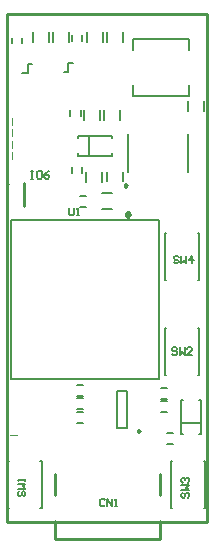
<source format=gto>
G04*
G04 #@! TF.GenerationSoftware,Altium Limited,Altium Designer,24.6.1 (21)*
G04*
G04 Layer_Color=65535*
%FSLAX25Y25*%
%MOIN*%
G70*
G04*
G04 #@! TF.SameCoordinates,1986151C-97A1-4A67-A93D-4D8E7053BCD9*
G04*
G04*
G04 #@! TF.FilePolarity,Positive*
G04*
G01*
G75*
%ADD10C,0.00300*%
%ADD11C,0.01000*%
%ADD12C,0.00984*%
%ADD13C,0.00984*%
%ADD14C,0.00394*%
%ADD15C,0.00591*%
%ADD16C,0.00787*%
%ADD17C,0.00600*%
%ADD18C,0.00500*%
G36*
X15363Y45238D02*
X12637D01*
Y44638D01*
X15363D01*
Y45238D01*
D01*
D02*
G37*
G36*
X13738Y136637D02*
Y139363D01*
X13138D01*
Y136637D01*
X13738D01*
D01*
D02*
G37*
G36*
Y140470D02*
Y143196D01*
X13138D01*
Y140470D01*
X13738D01*
D01*
D02*
G37*
G36*
Y144304D02*
Y147030D01*
X13138D01*
Y144304D01*
X13738D01*
D01*
D02*
G37*
G36*
Y148137D02*
Y150863D01*
X13138D01*
Y148137D01*
X13738D01*
D01*
D02*
G37*
D10*
X12201Y128650D02*
X12274Y128752D01*
D11*
X52644Y118626D02*
X52106Y119366D01*
X51237Y119083D01*
Y118169D01*
X52106Y117886D01*
X52644Y118626D01*
X17319Y121563D02*
Y129043D01*
X27480Y25106D02*
Y32039D01*
X62520Y10315D02*
Y16292D01*
X27480Y10315D02*
X62520D01*
X27480D02*
Y16292D01*
X62520Y25106D02*
Y32039D01*
X78429Y16000D02*
Y185291D01*
X11500D02*
X78429D01*
X11500Y16000D02*
X78429D01*
X11500D02*
Y185291D01*
D12*
X55905Y46413D02*
X55167Y46840D01*
Y45987D01*
X55905Y46413D01*
D13*
X51646Y128272D02*
X50907Y128698D01*
Y127846D01*
X51646Y128272D01*
D14*
X68197Y120728D02*
D03*
X41197Y179256D02*
D03*
X40697Y132685D02*
D03*
X74697Y153000D02*
D03*
X46697Y123000D02*
D03*
Y150000D02*
D03*
X40197D02*
D03*
X16697Y42500D02*
D03*
X73697Y89000D02*
D03*
X26697Y49500D02*
D03*
X21697Y51000D02*
D03*
X18697D02*
D03*
X14197Y57500D02*
D03*
X47697Y132835D02*
D03*
X23197Y179256D02*
D03*
X28697Y128000D02*
D03*
X65197Y48000D02*
D03*
X67697Y88772D02*
D03*
X28197Y58000D02*
D03*
X47697Y179256D02*
D03*
X59697Y120728D02*
D03*
X64197D02*
D03*
X29697Y179256D02*
D03*
D15*
X12834Y116654D02*
X62441D01*
X12834Y63898D02*
Y116654D01*
Y63898D02*
X61654D01*
X62441D01*
Y64685D01*
Y116654D01*
D16*
X75217Y112374D02*
X75709D01*
X75217Y96626D02*
X75709D01*
X64291Y112374D02*
X64784D01*
X64291Y96626D02*
X64784D01*
X75709D02*
Y112374D01*
X64291Y96626D02*
Y112374D01*
X48228Y47398D02*
Y59602D01*
X51772Y47398D02*
Y59602D01*
X48228D02*
X51772D01*
X48228Y47398D02*
X51772D01*
X51961Y132701D02*
Y145299D01*
X72039Y132701D02*
Y145299D01*
X35291Y138154D02*
X46709D01*
X35291Y144846D02*
X46709D01*
Y138154D02*
Y138941D01*
Y144059D02*
Y144846D01*
X35291Y138154D02*
Y138941D01*
Y144059D02*
Y144846D01*
X39031Y138154D02*
Y144846D01*
X72449Y158051D02*
Y161693D01*
X53551Y158051D02*
Y161693D01*
X72449Y173307D02*
Y176949D01*
X53551Y173307D02*
Y176949D01*
Y158051D02*
X72449D01*
X53551Y176949D02*
X72449D01*
X43657Y176008D02*
Y179256D01*
X38342Y176008D02*
X38342Y179256D01*
X43158Y129437D02*
Y132685D01*
X37843Y129437D02*
X37843Y132685D01*
X71842Y153000D02*
Y156248D01*
X77157Y153000D02*
X77157Y156248D01*
X23209Y20626D02*
Y36374D01*
X11791Y20626D02*
Y36374D01*
X22716D02*
X23209D01*
X22716Y20626D02*
X23209D01*
X11791Y36374D02*
X12284D01*
X11791Y20626D02*
X12284D01*
X66291D02*
X66783D01*
X66291Y36374D02*
X66783D01*
X77217Y20626D02*
X77709D01*
X77217Y36374D02*
X77709D01*
X66291Y20626D02*
Y36374D01*
X77709Y20626D02*
Y36374D01*
X43252Y125657D02*
X46500Y125657D01*
X43252Y120343D02*
X46500D01*
X49158Y150000D02*
X49158Y153248D01*
X43843Y150000D02*
Y153248D01*
X37343Y150000D02*
Y153248D01*
X42658Y150000D02*
X42658Y153248D01*
X50157Y129587D02*
Y132835D01*
X44842Y129587D02*
X44842Y132835D01*
X69653Y49031D02*
X76346D01*
X69653Y45291D02*
X70441D01*
X75559D02*
X76346D01*
X69653Y56709D02*
X70441D01*
X75559D02*
X76346D01*
X69653Y45291D02*
Y56709D01*
X76346Y45291D02*
Y56709D01*
X75709Y65126D02*
Y80874D01*
X64291Y65126D02*
Y80874D01*
X75217D02*
X75709D01*
X75217Y65126D02*
X75709D01*
X64291Y80874D02*
X64784D01*
X64291Y65126D02*
X64784D01*
X20343Y176008D02*
X20343Y179256D01*
X25657Y176008D02*
Y179256D01*
X50157Y176008D02*
Y179256D01*
X44842Y176008D02*
X44842Y179256D01*
X32157Y176008D02*
Y179256D01*
X26842Y176008D02*
X26842Y179256D01*
D17*
X32043Y169100D02*
X33618D01*
X32043Y166100D02*
Y169100D01*
X30468Y166100D02*
X32043D01*
X16772Y175606D02*
X16772Y177575D01*
X13228Y175606D02*
Y177575D01*
X36272Y151500D02*
Y153469D01*
X32728Y151500D02*
X32728Y153469D01*
X63106Y52728D02*
X65075Y52728D01*
X63106Y56272D02*
X65075D01*
X63106Y57228D02*
X65075Y57228D01*
X63106Y60772D02*
X65075D01*
X35075Y49228D02*
X37043D01*
X35075Y52772D02*
X37043Y52772D01*
X35075Y57272D02*
X37043Y57272D01*
X35075Y53728D02*
X37043D01*
X18700Y168600D02*
X19900D01*
X18700Y165600D02*
Y168600D01*
X16600Y165600D02*
X18600D01*
X65000Y42228D02*
X66969D01*
X65000Y45772D02*
X66969Y45772D01*
X36772Y132531D02*
X36772Y134500D01*
X33228Y132531D02*
Y134500D01*
X36000Y124772D02*
X37969Y124772D01*
X36000Y121228D02*
X37969D01*
X35075Y61772D02*
X37043Y61772D01*
X35075Y58228D02*
X37043D01*
X36772Y176532D02*
X36772Y178500D01*
X33228Y176532D02*
Y178500D01*
D18*
X32334Y120750D02*
Y118667D01*
X32750Y118250D01*
X33584D01*
X34000Y118667D01*
Y120750D01*
X34833Y118250D02*
X35666D01*
X35250D01*
Y120750D01*
X34833Y120333D01*
X44250Y23333D02*
X43834Y23750D01*
X43001D01*
X42584Y23333D01*
Y21667D01*
X43001Y21250D01*
X43834D01*
X44250Y21667D01*
X45083Y21250D02*
Y23750D01*
X46750Y21250D01*
Y23750D01*
X47583Y21250D02*
X48416D01*
X47999D01*
Y23750D01*
X47583Y23333D01*
X68834Y104333D02*
X68417Y104750D01*
X67584D01*
X67168Y104333D01*
Y103917D01*
X67584Y103500D01*
X68417D01*
X68834Y103084D01*
Y102667D01*
X68417Y102250D01*
X67584D01*
X67168Y102667D01*
X69667Y104750D02*
Y102250D01*
X70500Y103084D01*
X71333Y102250D01*
Y104750D01*
X73416Y102250D02*
Y104750D01*
X72166Y103500D01*
X73832D01*
X15667Y26250D02*
X15250Y25834D01*
Y25001D01*
X15667Y24584D01*
X16083D01*
X16500Y25001D01*
Y25834D01*
X16917Y26250D01*
X17333D01*
X17750Y25834D01*
Y25001D01*
X17333Y24584D01*
X15250Y27084D02*
X17750D01*
X16917Y27916D01*
X17750Y28750D01*
X15250D01*
X17750Y29583D02*
Y30416D01*
Y29999D01*
X15250D01*
X15667Y29583D01*
X70167Y25834D02*
X69750Y25417D01*
Y24584D01*
X70167Y24168D01*
X70583D01*
X71000Y24584D01*
Y25417D01*
X71416Y25834D01*
X71833D01*
X72250Y25417D01*
Y24584D01*
X71833Y24168D01*
X69750Y26667D02*
X72250D01*
X71416Y27500D01*
X72250Y28333D01*
X69750D01*
X70167Y29166D02*
X69750Y29583D01*
Y30416D01*
X70167Y30832D01*
X70583D01*
X71000Y30416D01*
Y29999D01*
Y30416D01*
X71416Y30832D01*
X71833D01*
X72250Y30416D01*
Y29583D01*
X71833Y29166D01*
X68334Y73833D02*
X67917Y74250D01*
X67084D01*
X66668Y73833D01*
Y73417D01*
X67084Y73000D01*
X67917D01*
X68334Y72584D01*
Y72167D01*
X67917Y71750D01*
X67084D01*
X66668Y72167D01*
X69167Y74250D02*
Y71750D01*
X70000Y72584D01*
X70833Y71750D01*
Y74250D01*
X73332Y71750D02*
X71666D01*
X73332Y73417D01*
Y73833D01*
X72916Y74250D01*
X72083D01*
X71666Y73833D01*
X19500Y132999D02*
X20333D01*
X19917D01*
Y130500D01*
X19500D01*
X20333D01*
X22832Y132999D02*
X21999D01*
X21583Y132583D01*
Y130917D01*
X21999Y130500D01*
X22832D01*
X23249Y130917D01*
Y132583D01*
X22832Y132999D01*
X25748D02*
X24915Y132583D01*
X24082Y131750D01*
Y130917D01*
X24498Y130500D01*
X25332D01*
X25748Y130917D01*
Y131333D01*
X25332Y131750D01*
X24082D01*
M02*

</source>
